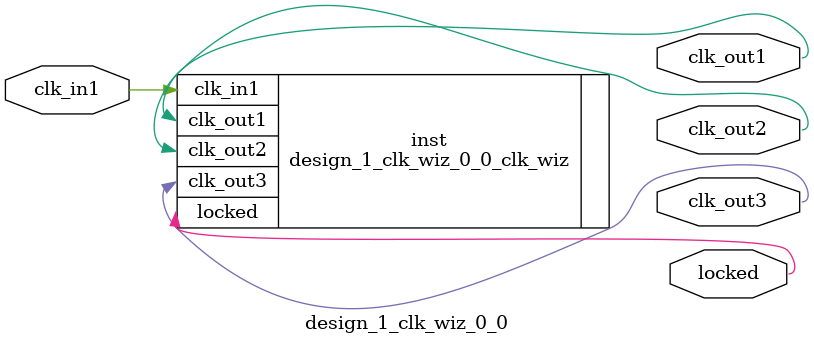
<source format=v>


`timescale 1ps/1ps

(* CORE_GENERATION_INFO = "design_1_clk_wiz_0_0,clk_wiz_v5_4_2_0,{component_name=design_1_clk_wiz_0_0,use_phase_alignment=true,use_min_o_jitter=false,use_max_i_jitter=false,use_dyn_phase_shift=false,use_inclk_switchover=false,use_dyn_reconfig=false,enable_axi=0,feedback_source=FDBK_AUTO,PRIMITIVE=MMCM,num_out_clk=3,clkin1_period=10.000,clkin2_period=10.000,use_power_down=false,use_reset=false,use_locked=true,use_inclk_stopped=false,feedback_type=SINGLE,CLOCK_MGR_TYPE=NA,manual_override=false}" *)

module design_1_clk_wiz_0_0 
 (
  // Clock out ports
  output        clk_out1,
  output        clk_out2,
  output        clk_out3,
  // Status and control signals
  output        locked,
 // Clock in ports
  input         clk_in1
 );

  design_1_clk_wiz_0_0_clk_wiz inst
  (
  // Clock out ports  
  .clk_out1(clk_out1),
  .clk_out2(clk_out2),
  .clk_out3(clk_out3),
  // Status and control signals               
  .locked(locked),
 // Clock in ports
  .clk_in1(clk_in1)
  );

endmodule

</source>
